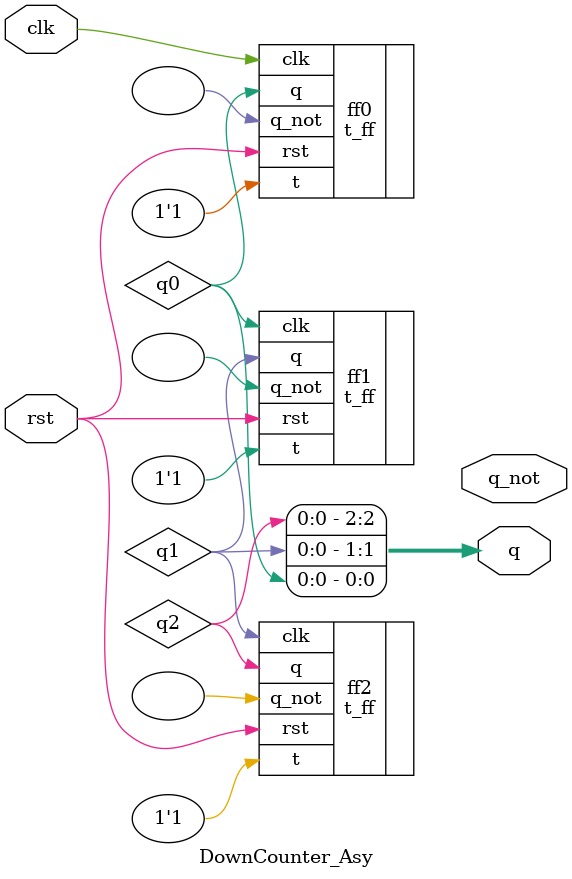
<source format=sv>
`timescale 1ns / 1ps
module DownCounter_Asy(
    input clk,
    input rst,
    output wire [2:0] q,
    output q_not
);

    wire q0, q1, q2;

    t_ff ff0(.t(1'b1), .clk(clk), .rst(rst), .q(q0), .q_not());
    t_ff ff1(.t(1'b1), .clk(q0), .rst(rst), .q(q1), .q_not());
    t_ff ff2(.t(1'b1), .clk(q1), .rst(rst), .q(q2), .q_not());

    assign q = {q2, q1, q0};

endmodule

</source>
